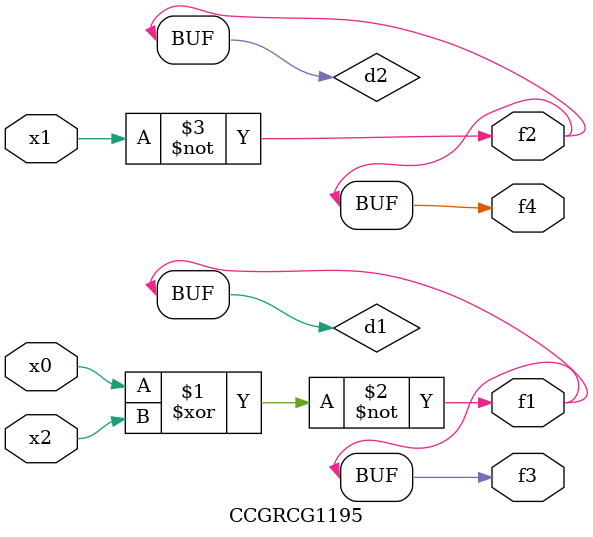
<source format=v>
module CCGRCG1195(
	input x0, x1, x2,
	output f1, f2, f3, f4
);

	wire d1, d2, d3;

	xnor (d1, x0, x2);
	nand (d2, x1);
	nor (d3, x1, x2);
	assign f1 = d1;
	assign f2 = d2;
	assign f3 = d1;
	assign f4 = d2;
endmodule

</source>
